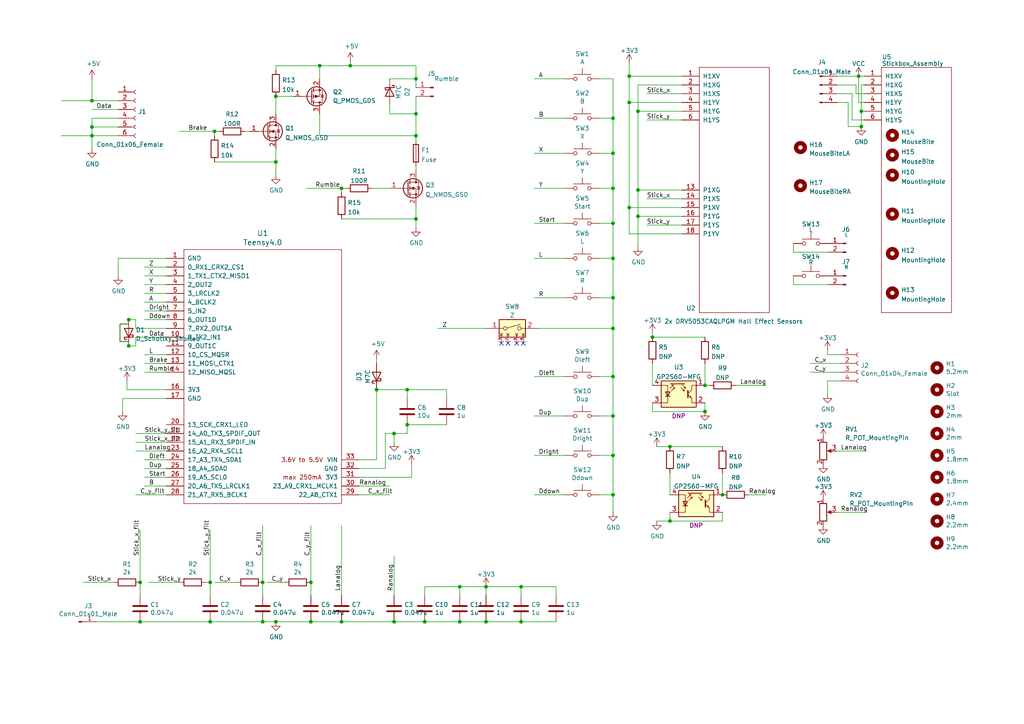
<source format=kicad_sch>
(kicad_sch (version 20211123) (generator eeschema)
  (paper "A4")
  (junction (at 151.13 170.18))
  (junction (at 37.338 92.71))
  (junction (at 151.13 180.34))
  (junction (at 120.65 39.37))
  (junction (at 133.35 180.34))
  (junction (at 114.3 125.73))
  (junction (at 177.8 44.45))
  (junction (at 177.8 54.61))
  (junction (at 182.499 22.098))
  (junction (at 204.47 119.38))
  (junction (at 194.31 151.13))
  (junction (at 123.19 180.34))
  (junction (at 204.47 111.76))
  (junction (at 177.8 109.22))
  (junction (at 140.97 170.18))
  (junction (at 249.809 36.703))
  (junction (at 120.65 22.86))
  (junction (at 80.01 46.99))
  (junction (at 249.047 22.098))
  (junction (at 177.8 143.51))
  (junction (at 120.65 33.02))
  (junction (at 185.039 55.118))
  (junction (at 140.97 180.34))
  (junction (at 26.67 36.83))
  (junction (at 92.71 19.05))
  (junction (at 60.96 180.34))
  (junction (at 189.23 97.79))
  (junction (at 182.499 29.718))
  (junction (at 177.8 132.08))
  (junction (at 118.11 113.03))
  (junction (at 90.17 180.34))
  (junction (at 133.35 170.18))
  (junction (at 90.17 168.91))
  (junction (at 101.6 19.05))
  (junction (at 80.01 180.34))
  (junction (at 120.65 63.5))
  (junction (at 185.039 32.258))
  (junction (at 62.23 38.1))
  (junction (at 177.8 34.29))
  (junction (at 194.31 129.54))
  (junction (at 76.2 168.91))
  (junction (at 109.22 113.03))
  (junction (at 99.06 180.34))
  (junction (at 249.809 32.258))
  (junction (at 177.8 86.36))
  (junction (at 177.8 120.65))
  (junction (at 114.3 180.34))
  (junction (at 99.06 54.61))
  (junction (at 40.64 180.34))
  (junction (at 177.8 74.93))
  (junction (at 26.67 39.37))
  (junction (at 118.11 123.19))
  (junction (at 80.01 27.94))
  (junction (at 182.499 60.198))
  (junction (at 26.67 29.21))
  (junction (at 177.8 64.77))
  (junction (at 177.8 95.25))
  (junction (at 60.96 168.91))
  (junction (at 185.039 62.738))
  (junction (at 76.2 180.34))
  (junction (at 209.55 143.51))
  (junction (at 37.338 100.33))
  (junction (at 40.64 168.91))
  (no_connect (at 151.765 99.568))
  (no_connect (at 145.415 99.568))
  (no_connect (at 147.32 99.568))
  (no_connect (at 149.86 99.568))
  (wire (pts (xy 204.47 111.76) (xy 205.74 111.76)))
  (wire (pts (xy 48.26 140.97) (xy 41.91 140.97)))
  (wire (pts (xy 120.65 22.86) (xy 120.65 19.05)))
  (wire (pts (xy 173.99 54.61) (xy 177.8 54.61)))
  (wire (pts (xy 104.14 135.89) (xy 111.76 135.89)))
  (wire (pts (xy 123.19 172.72) (xy 123.19 170.18)))
  (wire (pts (xy 177.8 143.51) (xy 177.8 148.59)))
  (wire (pts (xy 177.8 120.65) (xy 177.8 132.08)))
  (wire (pts (xy 120.65 59.69) (xy 120.65 63.5)))
  (wire (pts (xy 204.47 119.38) (xy 189.23 119.38)))
  (wire (pts (xy 127 95.25) (xy 140.97 95.25)))
  (wire (pts (xy 41.91 107.95) (xy 48.26 107.95)))
  (wire (pts (xy 48.26 115.57) (xy 35.56 115.57)))
  (wire (pts (xy 156.21 95.25) (xy 177.8 95.25)))
  (wire (pts (xy 247.142 34.798) (xy 247.142 27.178)))
  (wire (pts (xy 133.35 170.18) (xy 140.97 170.18)))
  (wire (pts (xy 99.06 54.61) (xy 100.33 54.61)))
  (wire (pts (xy 120.65 39.37) (xy 120.65 40.64)))
  (wire (pts (xy 243.84 105.41) (xy 234.95 105.41)))
  (wire (pts (xy 230.124 73.152) (xy 240.284 73.152)))
  (wire (pts (xy 113.03 140.97) (xy 104.14 140.97)))
  (wire (pts (xy 114.3 172.72) (xy 114.3 161.29)))
  (wire (pts (xy 209.55 137.16) (xy 209.55 143.51)))
  (wire (pts (xy 243.84 107.95) (xy 234.95 107.95)))
  (wire (pts (xy 230.124 80.01) (xy 230.124 82.55)))
  (wire (pts (xy 114.3 125.73) (xy 114.3 128.27)))
  (wire (pts (xy 34.798 93.98) (xy 34.798 99.06)))
  (wire (pts (xy 204.47 116.84) (xy 204.47 119.38)))
  (wire (pts (xy 163.83 120.65) (xy 154.94 120.65)))
  (wire (pts (xy 177.8 54.61) (xy 177.8 44.45)))
  (wire (pts (xy 185.039 62.738) (xy 197.739 62.738)))
  (wire (pts (xy 151.13 172.72) (xy 151.13 170.18)))
  (wire (pts (xy 118.11 123.19) (xy 118.11 125.73)))
  (wire (pts (xy 250.571 34.798) (xy 247.142 34.798)))
  (wire (pts (xy 37.338 92.71) (xy 39.37 92.71)))
  (wire (pts (xy 197.739 22.098) (xy 182.499 22.098)))
  (wire (pts (xy 109.22 113.03) (xy 109.22 133.35)))
  (wire (pts (xy 40.64 180.34) (xy 60.96 180.34)))
  (wire (pts (xy 242.824 29.718) (xy 245.999 29.718)))
  (wire (pts (xy 76.2 152.4) (xy 76.2 168.91)))
  (wire (pts (xy 249.047 29.718) (xy 249.047 22.098)))
  (wire (pts (xy 80.01 19.05) (xy 80.01 20.32)))
  (wire (pts (xy 189.23 96.52) (xy 189.23 97.79)))
  (wire (pts (xy 39.37 100.33) (xy 37.338 100.33)))
  (wire (pts (xy 113.03 143.51) (xy 104.14 143.51)))
  (wire (pts (xy 34.29 36.83) (xy 26.67 36.83)))
  (wire (pts (xy 90.17 152.4) (xy 90.17 168.91)))
  (wire (pts (xy 249.809 24.638) (xy 249.809 32.258)))
  (wire (pts (xy 92.71 22.86) (xy 92.71 19.05)))
  (wire (pts (xy 194.31 151.13) (xy 194.31 148.59)))
  (wire (pts (xy 109.22 104.14) (xy 109.22 105.41)))
  (wire (pts (xy 173.99 64.77) (xy 177.8 64.77)))
  (wire (pts (xy 39.37 97.79) (xy 48.26 97.79)))
  (wire (pts (xy 194.31 137.16) (xy 194.31 143.51)))
  (wire (pts (xy 209.55 148.59) (xy 209.55 151.13)))
  (wire (pts (xy 129.54 115.57) (xy 129.54 113.03)))
  (wire (pts (xy 109.22 113.03) (xy 118.11 113.03)))
  (wire (pts (xy 37.338 99.06) (xy 37.338 100.33)))
  (wire (pts (xy 118.11 113.03) (xy 129.54 113.03)))
  (wire (pts (xy 34.29 31.75) (xy 26.67 31.75)))
  (wire (pts (xy 140.97 180.34) (xy 133.35 180.34)))
  (wire (pts (xy 163.83 143.51) (xy 154.94 143.51)))
  (wire (pts (xy 60.96 168.91) (xy 59.69 168.91)))
  (wire (pts (xy 120.65 27.94) (xy 120.65 33.02)))
  (wire (pts (xy 189.23 119.38) (xy 189.23 116.84)))
  (wire (pts (xy 190.5 129.54) (xy 194.31 129.54)))
  (wire (pts (xy 40.64 153.67) (xy 40.64 168.91)))
  (wire (pts (xy 113.03 22.86) (xy 120.65 22.86)))
  (wire (pts (xy 36.83 113.03) (xy 36.83 110.49)))
  (wire (pts (xy 118.11 113.03) (xy 118.11 115.57)))
  (wire (pts (xy 80.01 27.94) (xy 80.01 33.02)))
  (wire (pts (xy 80.01 27.94) (xy 85.09 27.94)))
  (wire (pts (xy 249.809 32.258) (xy 249.809 36.703)))
  (wire (pts (xy 187.579 65.278) (xy 197.739 65.278)))
  (wire (pts (xy 163.83 86.36) (xy 154.94 86.36)))
  (wire (pts (xy 92.71 19.05) (xy 101.6 19.05)))
  (wire (pts (xy 213.36 111.76) (xy 222.25 111.76)))
  (wire (pts (xy 120.65 33.02) (xy 113.03 33.02)))
  (wire (pts (xy 249.047 22.098) (xy 250.571 22.098)))
  (wire (pts (xy 34.29 39.37) (xy 26.67 39.37)))
  (wire (pts (xy 185.039 55.118) (xy 197.739 55.118)))
  (wire (pts (xy 113.03 33.02) (xy 113.03 30.48)))
  (wire (pts (xy 182.499 67.818) (xy 182.499 60.198)))
  (wire (pts (xy 111.76 135.89) (xy 111.76 125.73)))
  (wire (pts (xy 182.499 60.198) (xy 197.739 60.198)))
  (wire (pts (xy 243.84 110.49) (xy 240.03 110.49)))
  (wire (pts (xy 140.97 180.34) (xy 151.13 180.34)))
  (wire (pts (xy 35.56 115.57) (xy 35.56 119.38)))
  (wire (pts (xy 92.71 33.02) (xy 92.71 39.37)))
  (wire (pts (xy 120.65 33.02) (xy 120.65 39.37)))
  (wire (pts (xy 185.039 32.258) (xy 185.039 24.638)))
  (wire (pts (xy 90.17 180.34) (xy 99.06 180.34)))
  (wire (pts (xy 177.8 86.36) (xy 177.8 95.25)))
  (wire (pts (xy 133.35 170.18) (xy 133.35 172.72)))
  (wire (pts (xy 177.8 132.08) (xy 177.8 143.51)))
  (wire (pts (xy 209.55 151.13) (xy 194.31 151.13)))
  (wire (pts (xy 41.91 105.41) (xy 48.26 105.41)))
  (wire (pts (xy 177.8 44.45) (xy 177.8 34.29)))
  (wire (pts (xy 163.83 132.08) (xy 154.94 132.08)))
  (wire (pts (xy 48.26 133.35) (xy 41.91 133.35)))
  (wire (pts (xy 247.142 27.178) (xy 242.824 27.178)))
  (wire (pts (xy 177.8 86.36) (xy 177.8 74.93)))
  (wire (pts (xy 187.579 57.658) (xy 197.739 57.658)))
  (wire (pts (xy 52.07 38.1) (xy 62.23 38.1)))
  (wire (pts (xy 37.338 93.98) (xy 34.798 93.98)))
  (wire (pts (xy 161.29 172.72) (xy 161.29 170.18)))
  (wire (pts (xy 163.83 34.29) (xy 154.94 34.29)))
  (wire (pts (xy 182.499 22.098) (xy 182.499 29.718)))
  (wire (pts (xy 243.84 102.87) (xy 240.03 102.87)))
  (wire (pts (xy 80.01 43.18) (xy 80.01 46.99)))
  (wire (pts (xy 182.499 29.718) (xy 182.499 60.198)))
  (wire (pts (xy 163.83 54.61) (xy 154.94 54.61)))
  (wire (pts (xy 185.039 32.258) (xy 197.739 32.258)))
  (wire (pts (xy 34.29 29.21) (xy 26.67 29.21)))
  (wire (pts (xy 48.26 102.87) (xy 41.91 102.87)))
  (wire (pts (xy 118.11 125.73) (xy 114.3 125.73)))
  (wire (pts (xy 163.83 74.93) (xy 154.94 74.93)))
  (wire (pts (xy 48.26 77.47) (xy 41.91 77.47)))
  (wire (pts (xy 52.07 168.91) (xy 43.18 168.91)))
  (wire (pts (xy 111.76 125.73) (xy 114.3 125.73)))
  (wire (pts (xy 140.97 170.18) (xy 140.97 172.72)))
  (wire (pts (xy 48.26 80.01) (xy 41.91 80.01)))
  (wire (pts (xy 99.06 54.61) (xy 99.06 55.88)))
  (wire (pts (xy 62.23 38.1) (xy 63.5 38.1)))
  (wire (pts (xy 48.26 135.89) (xy 41.91 135.89)))
  (wire (pts (xy 48.26 92.71) (xy 41.91 92.71)))
  (wire (pts (xy 177.8 74.93) (xy 177.8 64.77)))
  (wire (pts (xy 173.99 143.51) (xy 177.8 143.51)))
  (wire (pts (xy 194.31 129.54) (xy 209.55 129.54)))
  (wire (pts (xy 173.99 109.22) (xy 177.8 109.22)))
  (wire (pts (xy 76.2 168.91) (xy 76.2 172.72)))
  (wire (pts (xy 48.26 138.43) (xy 41.91 138.43)))
  (wire (pts (xy 151.13 180.34) (xy 161.29 180.34)))
  (wire (pts (xy 217.17 143.51) (xy 222.25 143.51)))
  (wire (pts (xy 48.26 143.51) (xy 39.37 143.51)))
  (wire (pts (xy 99.06 152.4) (xy 99.06 172.72)))
  (wire (pts (xy 245.999 29.718) (xy 245.999 36.703)))
  (wire (pts (xy 163.83 22.86) (xy 154.94 22.86)))
  (wire (pts (xy 189.23 97.79) (xy 204.47 97.79)))
  (wire (pts (xy 182.499 67.818) (xy 197.739 67.818)))
  (wire (pts (xy 250.571 24.638) (xy 249.809 24.638)))
  (wire (pts (xy 88.9 54.61) (xy 99.06 54.61)))
  (wire (pts (xy 114.3 180.34) (xy 123.19 180.34)))
  (wire (pts (xy 34.798 99.06) (xy 37.338 99.06)))
  (wire (pts (xy 24.13 168.91) (xy 33.02 168.91)))
  (wire (pts (xy 173.99 132.08) (xy 177.8 132.08)))
  (wire (pts (xy 250.571 29.718) (xy 249.047 29.718)))
  (wire (pts (xy 189.23 105.41) (xy 189.23 111.76)))
  (wire (pts (xy 177.8 22.86) (xy 177.8 34.29)))
  (wire (pts (xy 177.8 64.77) (xy 177.8 54.61)))
  (wire (pts (xy 185.039 62.738) (xy 185.039 71.628)))
  (wire (pts (xy 197.739 29.718) (xy 182.499 29.718)))
  (wire (pts (xy 187.579 34.798) (xy 197.739 34.798)))
  (wire (pts (xy 39.37 125.73) (xy 48.26 125.73)))
  (wire (pts (xy 48.26 90.17) (xy 41.91 90.17)))
  (wire (pts (xy 123.19 170.18) (xy 133.35 170.18)))
  (wire (pts (xy 48.26 113.03) (xy 36.83 113.03)))
  (wire (pts (xy 48.26 85.09) (xy 41.91 85.09)))
  (wire (pts (xy 230.124 82.55) (xy 240.284 82.55)))
  (wire (pts (xy 249.809 32.258) (xy 250.571 32.258)))
  (wire (pts (xy 204.47 105.41) (xy 204.47 111.76)))
  (wire (pts (xy 17.78 29.21) (xy 26.67 29.21)))
  (wire (pts (xy 62.23 168.91) (xy 68.58 168.91)))
  (wire (pts (xy 240.03 110.49) (xy 240.03 114.3)))
  (wire (pts (xy 39.37 130.81) (xy 48.26 130.81)))
  (wire (pts (xy 120.65 39.37) (xy 92.71 39.37)))
  (wire (pts (xy 99.06 63.5) (xy 120.65 63.5)))
  (wire (pts (xy 37.338 92.71) (xy 37.338 93.98)))
  (wire (pts (xy 173.99 86.36) (xy 177.8 86.36)))
  (wire (pts (xy 26.67 34.29) (xy 26.67 36.83)))
  (wire (pts (xy 27.94 180.34) (xy 40.64 180.34)))
  (wire (pts (xy 39.37 97.79) (xy 39.37 100.33)))
  (wire (pts (xy 99.06 180.34) (xy 114.3 180.34)))
  (wire (pts (xy 62.23 38.1) (xy 62.23 39.37)))
  (wire (pts (xy 161.29 170.18) (xy 151.13 170.18)))
  (wire (pts (xy 71.12 38.1) (xy 72.39 38.1)))
  (wire (pts (xy 119.38 138.43) (xy 104.14 138.43)))
  (wire (pts (xy 62.23 46.99) (xy 80.01 46.99)))
  (wire (pts (xy 80.01 180.34) (xy 90.17 180.34)))
  (wire (pts (xy 173.99 34.29) (xy 177.8 34.29)))
  (wire (pts (xy 242.57 130.81) (xy 251.46 130.81)))
  (wire (pts (xy 26.67 39.37) (xy 26.67 43.18)))
  (wire (pts (xy 173.99 120.65) (xy 177.8 120.65)))
  (wire (pts (xy 48.26 82.55) (xy 41.91 82.55)))
  (wire (pts (xy 185.039 62.738) (xy 185.039 55.118)))
  (wire (pts (xy 104.14 133.35) (xy 109.22 133.35)))
  (wire (pts (xy 230.124 70.612) (xy 230.124 73.152)))
  (wire (pts (xy 101.6 17.78) (xy 101.6 19.05)))
  (wire (pts (xy 120.65 25.4) (xy 120.65 22.86)))
  (wire (pts (xy 177.8 109.22) (xy 177.8 120.65)))
  (wire (pts (xy 120.65 63.5) (xy 120.65 66.04)))
  (wire (pts (xy 173.99 44.45) (xy 177.8 44.45)))
  (wire (pts (xy 163.83 44.45) (xy 154.94 44.45)))
  (wire (pts (xy 151.13 170.18) (xy 140.97 170.18)))
  (wire (pts (xy 60.96 153.67) (xy 60.96 168.91)))
  (wire (pts (xy 245.999 36.703) (xy 249.809 36.703)))
  (wire (pts (xy 242.824 22.098) (xy 249.047 22.098)))
  (wire (pts (xy 177.8 95.25) (xy 177.8 109.22)))
  (wire (pts (xy 48.26 74.93) (xy 34.29 74.93)))
  (wire (pts (xy 60.96 180.34) (xy 76.2 180.34)))
  (wire (pts (xy 107.95 54.61) (xy 113.03 54.61)))
  (wire (pts (xy 90.17 168.91) (xy 90.17 172.72)))
  (wire (pts (xy 163.83 64.77) (xy 154.94 64.77)))
  (wire (pts (xy 39.37 92.71) (xy 39.37 95.25)))
  (wire (pts (xy 39.37 128.27) (xy 48.26 128.27)))
  (wire (pts (xy 173.99 22.86) (xy 177.8 22.86)))
  (wire (pts (xy 240.03 102.87) (xy 240.03 101.6)))
  (wire (pts (xy 34.29 74.93) (xy 34.29 80.01)))
  (wire (pts (xy 60.96 168.91) (xy 60.96 172.72)))
  (wire (pts (xy 26.67 36.83) (xy 26.67 39.37)))
  (wire (pts (xy 248.285 27.178) (xy 250.571 27.178)))
  (wire (pts (xy 80.01 180.34) (xy 76.2 180.34)))
  (wire (pts (xy 48.26 87.63) (xy 41.91 87.63)))
  (wire (pts (xy 40.64 172.72) (xy 40.64 168.91)))
  (wire (pts (xy 80.01 46.99) (xy 80.01 50.8)))
  (wire (pts (xy 242.824 24.638) (xy 248.285 24.638)))
  (wire (pts (xy 242.57 148.59) (xy 251.46 148.59)))
  (wire (pts (xy 182.499 18.288) (xy 182.499 22.098)))
  (wire (pts (xy 185.039 24.638) (xy 197.739 24.638)))
  (wire (pts (xy 39.37 95.25) (xy 48.26 95.25)))
  (wire (pts (xy 163.83 109.22) (xy 154.94 109.22)))
  (wire (pts (xy 26.67 29.21) (xy 26.67 22.86)))
  (wire (pts (xy 120.65 48.26) (xy 120.65 49.53)))
  (wire (pts (xy 123.19 180.34) (xy 133.35 180.34)))
  (wire (pts (xy 92.71 19.05) (xy 80.01 19.05)))
  (wire (pts (xy 118.11 123.19) (xy 129.54 123.19)))
  (wire (pts (xy 119.38 134.62) (xy 119.38 138.43)))
  (wire (pts (xy 34.29 34.29) (xy 26.67 34.29)))
  (wire (pts (xy 197.739 27.178) (xy 187.579 27.178)))
  (wire (pts (xy 185.039 32.258) (xy 185.039 55.118)))
  (wire (pts (xy 77.47 168.91) (xy 82.55 168.91)))
  (wire (pts (xy 17.78 39.37) (xy 26.67 39.37)))
  (wire (pts (xy 120.65 19.05) (xy 101.6 19.05)))
  (wire (pts (xy 248.285 24.638) (xy 248.285 27.178)))
  (wire (pts (xy 190.5 151.13) (xy 194.31 151.13)))
  (wire (pts (xy 173.99 74.93) (xy 177.8 74.93)))
  (label "Lanalog" (at 214.63 111.76 0))
  (label "C_y_filt" (at 40.64 143.51 0))
  (label "Stick_y" (at 187.579 65.278 0))
  (label "A" (at 156.21 22.86 0))
  (label "A" (at 43.18 87.63 0))
  (label "Ranalog" (at 114.3 171.45 90))
  (label "Dleft" (at 43.18 133.35 0))
  (label "Z" (at 43.18 77.47 0))
  (label "L" (at 156.21 74.93 0))
  (label "Stick_y" (at 45.72 168.91 0))
  (label "C_x" (at 236.22 105.41 0))
  (label "Stick_x" (at 187.579 27.178 0))
  (label "Stick_x" (at 187.579 57.658 0))
  (label "Lanalog" (at 41.91 130.81 0))
  (label "Rumble" (at 91.44 54.61 0))
  (label "Dleft" (at 156.21 109.22 0))
  (label "Ranalog" (at 217.17 143.51 0))
  (label "Data" (at 27.94 31.75 0))
  (label "Ranalog" (at 104.14 140.97 0))
  (label "B" (at 156.21 34.29 0))
  (label "C_y" (at 78.74 168.91 0))
  (label "Rumble" (at 43.18 107.95 0))
  (label "Z" (at 128.27 95.25 0))
  (label "C_x_filt" (at 76.2 161.29 90))
  (label "Start" (at 43.18 138.43 0))
  (label "Dright" (at 43.18 90.17 0))
  (label "C_x" (at 63.5 168.91 0))
  (label "C_y_filt" (at 90.17 161.29 90))
  (label "Stick_x" (at 25.4 168.91 0))
  (label "Dright" (at 156.21 132.08 0))
  (label "Ranalog" (at 243.84 148.59 0))
  (label "Start" (at 156.21 64.77 0))
  (label "B" (at 43.18 140.97 0))
  (label "Ddown" (at 156.21 143.51 0))
  (label "Brake" (at 43.18 105.41 0))
  (label "R" (at 156.21 86.36 0))
  (label "Stick_y_filt" (at 41.91 125.73 0))
  (label "X" (at 43.18 80.01 0))
  (label "R" (at 43.18 85.09 0))
  (label "Data" (at 43.18 97.79 0))
  (label "Lanalog" (at 243.84 130.81 0))
  (label "Stick_y" (at 187.579 34.798 0))
  (label "Y" (at 156.21 54.61 0))
  (label "Ddown" (at 43.18 92.71 0))
  (label "C_y" (at 236.22 107.95 0))
  (label "Dup" (at 43.18 135.89 0))
  (label "C_x_filt" (at 106.68 143.51 0))
  (label "Brake" (at 54.61 38.1 0))
  (label "Stick_x_filt" (at 41.91 128.27 0))
  (label "Lanalog" (at 99.06 171.45 90))
  (label "L" (at 43.18 102.87 0))
  (label "X" (at 156.21 44.45 0))
  (label "Stick_x_filt" (at 40.64 161.29 90))
  (label "Y" (at 43.18 82.55 0))
  (label "Dup" (at 156.21 120.65 0))
  (label "Stick_y_filt" (at 60.96 161.29 90))
  (symbol (lib_id "teensy:Teensy4.0") (at 76.2 109.22 0) (unit 1)
    (property "Reference" "U1" (at 76.2 67.6402 0) (effects (font (size 1.524 1.524))))
    (property "Value" "Teensy4.0" (at 76.2 70.3326 0) (effects (font (size 1.524 1.524))))
    (property "Footprint" "PhobGCC_Footprints:Teensy40_Edge_Pins" (effects hide))
  )
  (symbol (lib_id "Switch:SW_Push") (at 168.91 22.86 0) (unit 1)
    (property "Reference" "SW1" (at 168.91 15.621 0))
    (property "Value" "A" (at 168.91 17.9324 0))
    (property "Footprint" "PhobGCC_Footprints:ABXY_Contact_Omron_Switch" (effects hide))
  )
  (symbol (lib_id "Switch:SW_Push") (at 168.91 34.29 0) (unit 1)
    (property "Reference" "SW2" (at 168.91 27.051 0))
    (property "Value" "B" (at 168.91 29.3624 0))
    (property "Footprint" "PhobGCC_Footprints:ABXY_Contact_Omron_Switch" (effects hide))
  )
  (symbol (lib_id "Switch:SW_Push") (at 168.91 44.45 0) (unit 1)
    (property "Reference" "SW3" (at 168.91 37.211 0))
    (property "Value" "X" (at 168.91 39.5224 0))
    (property "Footprint" "PhobGCC_Footprints:ABXY_Contact_Omron_Switch" (effects hide))
  )
  (symbol (lib_id "Switch:SW_Push") (at 168.91 54.61 0) (unit 1)
    (property "Reference" "SW4" (at 168.91 47.371 0))
    (property "Value" "Y" (at 168.91 49.6824 0))
    (property "Footprint" "PhobGCC_Footprints:ABXY_Contact_Omron_Switch" (effects hide))
  )
  (symbol (lib_id "Switch:SW_Push") (at 168.91 64.77 0) (unit 1)
    (property "Reference" "SW5" (at 168.91 57.531 0))
    (property "Value" "Start" (at 168.91 59.8424 0))
    (property "Footprint" "PhobGCC_Footprints:Start_Contact" (effects hide))
  )
  (symbol (lib_id "Switch:SW_Push") (at 168.91 74.93 0) (unit 1)
    (property "Reference" "SW6" (at 168.91 67.691 0))
    (property "Value" "L" (at 168.91 70.0024 0))
    (property "Footprint" "PhobGCC_Footprints:Pin_Header_Straight_1x02_Pitch2.54mm" (effects hide))
  )
  (symbol (lib_id "Switch:SW_Push") (at 168.91 86.36 0) (unit 1)
    (property "Reference" "SW7" (at 168.91 79.121 0))
    (property "Value" "R" (at 168.91 81.4324 0))
    (property "Footprint" "PhobGCC_Footprints:Pin_Header_Straight_1x02_Pitch2.54mm" (effects hide))
  )
  (symbol (lib_id "power:GND") (at 34.29 80.01 0) (unit 1)
    (property "Reference" "#PWR0102" (effects hide))
    (property "Value" "GND" (at 34.417 84.4042 0))
  )
  (symbol (lib_id "power:GND") (at 177.8 148.59 0) (unit 1)
    (property "Reference" "#PWR0103" (effects hide))
    (property "Value" "GND" (at 177.927 152.9842 0))
  )
  (symbol (lib_id "power:+5V") (at 26.67 22.86 0) (unit 1)
    (property "Reference" "#PWR0113" (effects hide))
    (property "Value" "+5V" (at 27.051 18.4658 0))
  )
  (symbol (lib_id "Connector:Conn_01x06_Female") (at 39.37 31.75 0) (unit 1)
    (property "Reference" "J1" (at 40.0812 32.3596 0) (effects (justify left)))
    (property "Value" "Conn_01x06_Female" (at 27.94 41.91 0) (effects (justify left)))
    (property "Footprint" "PhobGCC_Footprints:GCC_Header_Straight_1x06_Pitch2.00mm" (effects hide))
  )
  (symbol (lib_id "GCC:Gamecube-MB-rescue_Slider_GCC-Gamecube_MB") (at 238.76 130.81 0) (unit 1)
    (property "Reference" "RV1" (at 245.11 124.46 0) (effects (justify left)))
    (property "Value" "R_POT_MountingPin" (at 245.11 127 0) (effects (justify left)))
    (property "Footprint" "PhobGCC_Footprints:GCC_Slider" (effects hide))
  )
  (symbol (lib_id "Connector:Conn_01x04_Female") (at 248.92 105.41 0) (unit 1)
    (property "Reference" "J2" (at 249.6312 106.0196 0) (effects (justify left)))
    (property "Value" "Conn_01x04_Female" (at 249.6312 108.331 0) (effects (justify left)))
    (property "Footprint" "PhobGCC_Footprints:PinHeader_1x04_P2.00mm_Vertical" (effects hide))
  )
  (symbol (lib_id "GCC:Gamecube-MB-rescue_Slider_GCC-Gamecube_MB") (at 238.76 148.59 0) (unit 1)
    (property "Reference" "RV2" (at 246.38 143.51 0) (effects (justify left)))
    (property "Value" "R_POT_MountingPin" (at 246.38 146.05 0) (effects (justify left)))
    (property "Footprint" "PhobGCC_Footprints:GCC_Slider" (effects hide))
  )
  (symbol (lib_id "power:GND") (at 240.03 114.3 0) (unit 1)
    (property "Reference" "#PWR0108" (effects hide))
    (property "Value" "GND" (at 240.157 118.6942 0))
  )
  (symbol (lib_id "Switch:SW_Push") (at 168.91 109.22 0) (unit 1)
    (property "Reference" "SW9" (at 168.91 101.981 0))
    (property "Value" "Dleft" (at 168.91 104.2924 0))
    (property "Footprint" "PhobGCC_Footprints:Dpad_Contact_TL3315NF_2" (effects hide))
  )
  (symbol (lib_id "power:GND") (at 238.76 134.62 0) (unit 1)
    (property "Reference" "#PWR0115" (effects hide))
    (property "Value" "GND" (at 238.887 139.0142 0))
  )
  (symbol (lib_id "Switch:SW_Push") (at 168.91 120.65 0) (unit 1)
    (property "Reference" "SW10" (at 168.91 113.411 0))
    (property "Value" "Dup" (at 168.91 115.7224 0))
    (property "Footprint" "PhobGCC_Footprints:Dpad_Contact_TL3315NF_2" (effects hide))
  )
  (symbol (lib_id "Switch:SW_Push") (at 168.91 132.08 0) (unit 1)
    (property "Reference" "SW11" (at 168.91 124.841 0))
    (property "Value" "Dright" (at 168.91 127.1524 0))
    (property "Footprint" "PhobGCC_Footprints:Dpad_Contact_TL3315NF_2" (effects hide))
  )
  (symbol (lib_id "Switch:SW_Push") (at 168.91 143.51 0) (unit 1)
    (property "Reference" "SW12" (at 168.91 136.271 0))
    (property "Value" "Ddown" (at 168.91 138.5824 0))
    (property "Footprint" "PhobGCC_Footprints:Dpad_Contact_TL3315NF_2" (effects hide))
  )
  (symbol (lib_id "power:GND") (at 238.76 152.4 0) (unit 1)
    (property "Reference" "#PWR0117" (effects hide))
    (property "Value" "GND" (at 238.887 156.7942 0))
  )
  (symbol (lib_id "PhobGCC_Symbol_Library:SW_DIP_x01") (at 148.59 95.25 0) (unit 1)
    (property "Reference" "SW8" (at 148.59 88.9 0))
    (property "Value" "Z" (at 148.59 91.44 0))
    (property "Footprint" "PhobGCC_Footprints:Z_Switch_Edge" (effects hide))
    (property "Configuration_Pole-Throw" "Single Pole - Single Throw" (effects hide))
    (property "Contact_Current_Rating" "50 mA" (effects hide))
    (property "Comment" "1825027-5" (effects hide))
    (property "EU_RoHS_Compliance" "Compliant" (effects hide))
  )
  (symbol (lib_id "GCC:Gamecube-MB-rescue_Stickbox_Assembly-Gamecube_MB") (at 202.819 19.558 0) (unit 1)
    (property "Reference" "U2" (at 199.009 89.408 0) (effects (justify left)))
    (property "Value" "2x DRV5053CAQLPGM Hall Effect Sensors" (at 192.659 93.218 0) (effects (justify left)))
    (property "Footprint" "PhobGCC_Footprints:GCC_Stickbox_2" (effects hide))
  )
  (symbol (lib_id "power:GND") (at 185.039 71.628 0) (unit 1)
    (property "Reference" "#PWR0101" (effects hide))
    (property "Value" "GND" (at 185.166 76.0222 0))
  )
  (symbol (lib_id "Device:C") (at 40.64 176.53 0) (unit 1)
    (property "Reference" "C1" (at 43.561 175.3616 0) (effects (justify left)))
    (property "Value" "0.047u" (at 43.561 177.673 0) (effects (justify left)))
    (property "Footprint" "PhobGCC_Footprints:C_0603_HandSoldering" (effects hide))
    (property "LCSC" "C1622" (effects hide))
  )
  (symbol (lib_id "Device:C") (at 60.96 176.53 0) (unit 1)
    (property "Reference" "C2" (at 63.881 175.3616 0) (effects (justify left)))
    (property "Value" "0.047u" (at 63.881 177.673 0) (effects (justify left)))
    (property "Footprint" "PhobGCC_Footprints:C_0603_HandSoldering" (effects hide))
    (property "LCSC" "C1622" (effects hide))
  )
  (symbol (lib_id "Device:C") (at 114.3 176.53 0) (unit 1)
    (property "Reference" "C3" (at 117.221 175.3616 0) (effects (justify left)))
    (property "Value" "0.047u" (at 117.221 177.673 0) (effects (justify left)))
    (property "Footprint" "PhobGCC_Footprints:C_0603_HandSoldering" (effects hide))
    (property "LCSC" "C1622" (effects hide))
  )
  (symbol (lib_id "Device:C") (at 76.2 176.53 0) (unit 1)
    (property "Reference" "C4" (at 79.121 175.3616 0) (effects (justify left)))
    (property "Value" "0.047u" (at 79.121 177.673 0) (effects (justify left)))
    (property "Footprint" "PhobGCC_Footprints:C_0603_HandSoldering" (effects hide))
    (property "LCSC" "C1622" (effects hide))
  )
  (symbol (lib_id "Device:C") (at 90.17 176.53 0) (unit 1)
    (property "Reference" "C5" (at 93.091 175.3616 0) (effects (justify left)))
    (property "Value" "0.047u" (at 93.091 177.673 0) (effects (justify left)))
    (property "Footprint" "PhobGCC_Footprints:C_0603_HandSoldering" (effects hide))
    (property "LCSC" "C1622" (effects hide))
  )
  (symbol (lib_id "Device:C") (at 99.06 176.53 0) (unit 1)
    (property "Reference" "C7" (at 101.981 175.3616 0) (effects (justify left)))
    (property "Value" "0.047u" (at 101.981 177.673 0) (effects (justify left)))
    (property "Footprint" "PhobGCC_Footprints:C_0603_HandSoldering" (effects hide))
    (property "LCSC" "C1622" (effects hide))
  )
  (symbol (lib_id "power:GND") (at 80.01 180.34 0) (unit 1)
    (property "Reference" "#PWR0109" (effects hide))
    (property "Value" "GND" (at 80.137 184.7342 0))
  )
  (symbol (lib_id "Device:C") (at 133.35 176.53 0) (unit 1)
    (property "Reference" "C11" (at 136.271 175.3616 0) (effects (justify left)))
    (property "Value" "1u" (at 136.271 177.673 0) (effects (justify left)))
    (property "Footprint" "PhobGCC_Footprints:C_0603_1608Metric_Pad1.08x0.95mm_HandSolder" (effects hide))
    (property "LCSC" "C15849" (effects hide))
  )
  (symbol (lib_id "Device:C") (at 140.97 176.53 0) (unit 1)
    (property "Reference" "C12" (at 143.891 175.3616 0) (effects (justify left)))
    (property "Value" "1u" (at 143.891 177.673 0) (effects (justify left)))
    (property "Footprint" "PhobGCC_Footprints:C_0603_1608Metric_Pad1.08x0.95mm_HandSolder" (effects hide))
    (property "LCSC" "C15849" (effects hide))
  )
  (symbol (lib_id "power:GND") (at 26.67 43.18 0) (unit 1)
    (property "Reference" "#PWR0112" (effects hide))
    (property "Value" "GND" (at 26.797 47.5742 0))
  )
  (symbol (lib_id "Connector:Conn_01x01_Male") (at 22.86 180.34 0) (unit 1)
    (property "Reference" "J3" (at 25.6032 175.7426 0))
    (property "Value" "Conn_01x01_Male" (at 25.6032 178.054 0))
    (property "Footprint" "PhobGCC_Footprints:PinHeader_1x01_P2.54mm_Vertical" (effects hide))
  )
  (symbol (lib_id "Mechanical:MountingHole") (at 271.78 106.68 0) (unit 1)
    (property "Reference" "H1" (at 274.32 105.5116 0) (effects (justify left)))
    (property "Value" "5.2mm" (at 274.32 107.823 0) (effects (justify left)))
    (property "Footprint" "PhobGCC_Footprints:MountingHole_5.2mm" (effects hide))
  )
  (symbol (lib_id "Mechanical:MountingHole") (at 271.78 113.03 0) (unit 1)
    (property "Reference" "H2" (at 274.32 111.8616 0) (effects (justify left)))
    (property "Value" "Slot" (at 274.32 114.173 0) (effects (justify left)))
    (property "Footprint" "PhobGCC_Footprints:Slot" (effects hide))
  )
  (symbol (lib_id "Mechanical:MountingHole") (at 271.78 119.38 0) (unit 1)
    (property "Reference" "H3" (at 274.32 118.2116 0) (effects (justify left)))
    (property "Value" "2mm" (at 274.32 120.523 0) (effects (justify left)))
    (property "Footprint" "PhobGCC_Footprints:MountingHole_2.0mm" (effects hide))
  )
  (symbol (lib_id "Mechanical:MountingHole") (at 271.78 125.73 0) (unit 1)
    (property "Reference" "H4" (at 274.32 124.5616 0) (effects (justify left)))
    (property "Value" "2mm" (at 274.32 126.873 0) (effects (justify left)))
    (property "Footprint" "PhobGCC_Footprints:MountingHole_2.0mm" (effects hide))
  )
  (symbol (lib_id "Mechanical:MountingHole") (at 271.78 132.08 0) (unit 1)
    (property "Reference" "H5" (at 274.32 130.9116 0) (effects (justify left)))
    (property "Value" "1.8mm" (at 274.32 133.223 0) (effects (justify left)))
    (property "Footprint" "PhobGCC_Footprints:MountingHole_1.8mm" (effects hide))
  )
  (symbol (lib_id "Mechanical:MountingHole") (at 271.78 138.43 0) (unit 1)
    (property "Reference" "H6" (at 274.32 137.2616 0) (effects (justify left)))
    (property "Value" "1.8mm" (at 274.32 139.573 0) (effects (justify left)))
    (property "Footprint" "PhobGCC_Footprints:MountingHole_1.8mm" (effects hide))
  )
  (symbol (lib_id "Mechanical:MountingHole") (at 271.78 144.78 0) (unit 1)
    (property "Reference" "H7" (at 274.32 143.6116 0) (effects (justify left)))
    (property "Value" "2.4mm" (at 274.32 145.923 0) (effects (justify left)))
    (property "Footprint" "PhobGCC_Footprints:MountingHole_2.4mm" (effects hide))
  )
  (symbol (lib_id "Mechanical:MountingHole") (at 271.78 151.13 0) (unit 1)
    (property "Reference" "H8" (at 274.32 149.9616 0) (effects (justify left)))
    (property "Value" "2.2mm" (at 274.32 152.273 0) (effects (justify left)))
    (property "Footprint" "PhobGCC_Footprints:MountingHole_2.2mm" (effects hide))
  )
  (symbol (lib_id "Mechanical:MountingHole") (at 271.78 157.48 0) (unit 1)
    (property "Reference" "H9" (at 274.32 156.3116 0) (effects (justify left)))
    (property "Value" "2.2mm" (at 274.32 158.623 0) (effects (justify left)))
    (property "Footprint" "PhobGCC_Footprints:MountingHole_2.2mm" (effects hide))
  )
  (symbol (lib_id "Device:R") (at 36.83 168.91 270) (unit 1)
    (property "Reference" "R1" (at 36.83 163.6522 90))
    (property "Value" "2k" (at 36.83 165.9636 90))
    (property "Footprint" "PhobGCC_Footprints:R_0603_1608Metric_Pad0.98x0.95mm_HandSolder" (effects hide))
    (property "LCSC" "C22975" (effects hide))
    (property "Manufacturer PN" "0603WAF1002T5ECopy" (effects hide))
  )
  (symbol (lib_id "Device:R") (at 55.88 168.91 270) (unit 1)
    (property "Reference" "R2" (at 55.88 163.6522 90))
    (property "Value" "2k" (at 55.88 165.9636 90))
    (property "Footprint" "PhobGCC_Footprints:R_0603_1608Metric_Pad0.98x0.95mm_HandSolder" (effects hide))
    (property "LCSC" "C22975" (effects hide))
  )
  (symbol (lib_id "Device:C") (at 123.19 176.53 0) (unit 1)
    (property "Reference" "C10" (at 126.111 175.3616 0) (effects (justify left)))
    (property "Value" "1u" (at 126.111 177.673 0) (effects (justify left)))
    (property "Footprint" "PhobGCC_Footprints:C_0603_1608Metric_Pad1.08x0.95mm_HandSolder" (effects hide))
    (property "LCSC" "C15849" (effects hide))
  )
  (symbol (lib_id "Device:R") (at 209.55 111.76 90) (unit 1)
    (property "Reference" "R9" (at 209.55 106.7775 90))
    (property "Value" "DNP" (at 209.55 109.5526 90))
    (property "Footprint" "PhobGCC_Footprints:R_0603_1608_DNP" (effects hide))
  )
  (symbol (lib_id "Device:R") (at 86.36 168.91 270) (unit 1)
    (property "Reference" "R4" (at 86.36 163.6522 90))
    (property "Value" "2k" (at 86.36 165.9636 90))
    (property "Footprint" "PhobGCC_Footprints:R_0603_1608Metric_Pad0.98x0.95mm_HandSolder" (effects hide))
    (property "LCSC" "C22975" (effects hide))
  )
  (symbol (lib_id "Device:C") (at 161.29 176.53 0) (unit 1)
    (property "Reference" "C13" (at 164.211 175.3616 0) (effects (justify left)))
    (property "Value" "1u" (at 164.211 177.673 0) (effects (justify left)))
    (property "Footprint" "PhobGCC_Footprints:C_0603_1608Metric_Pad1.08x0.95mm_HandSolder" (effects hide))
    (property "LCSC" "C15849" (effects hide))
  )
  (symbol (lib_id "PhobGCC_Symbol_Library:D_Schottky_Shorted") (at 37.338 96.52 90) (unit 1)
    (property "Reference" "D1" (at 39.37 95.6853 90) (effects (justify right)))
    (property "Value" "D_Schottky_Shorted" (at 39.37 98.2222 90) (effects (justify right)))
    (property "Footprint" "PhobGCC_Footprints:D_SOD-523_Shorted" (effects hide))
  )
  (symbol (lib_id "Device:R") (at 80.01 24.13 180) (unit 1)
    (property "Reference" "R13" (at 81.788 23.2215 0) (effects (justify right)))
    (property "Value" "10k" (at 81.788 25.9966 0) (effects (justify right)))
    (property "Footprint" "PhobGCC_Footprints:R_0603_1608Metric_Pad0.98x0.95mm_HandSolder" (effects hide))
    (property "LCSC" "C25804" (effects hide))
  )
  (symbol (lib_id "power:GND") (at 114.3 128.27 0) (unit 1)
    (property "Reference" "#PWR0119" (effects hide))
    (property "Value" "GND" (at 114.427 132.6642 0))
  )
  (symbol (lib_id "Connector:Conn_01x02_Male") (at 245.364 70.612 0) (mirror y) (unit 1)
    (property "Reference" "J6" (at 245.364 66.548 0))
    (property "Value" "L" (at 245.491 68.072 0) (effects (font (size 1 1))))
    (property "Footprint" "PhobGCC_Footprints:Pin_Header_Straight_1x02_Pitch2.54mm" (effects hide))
  )
  (symbol (lib_id "power:VCC") (at 249.047 22.098 0) (unit 1)
    (property "Reference" "#PWR0123" (effects hide))
    (property "Value" "VCC" (at 249.047 18.4935 0))
  )
  (symbol (lib_id "power:GND") (at 80.01 50.8 0) (unit 1)
    (property "Reference" "#PWR04" (effects hide))
    (property "Value" "GND" (at 80.137 55.1942 0))
  )
  (symbol (lib_id "Device:D_Schottky") (at 113.03 26.67 270) (unit 1)
    (property "Reference" "D2" (at 118.11 26.67 0))
    (property "Value" "M7C" (at 115.57 26.67 0))
    (property "Footprint" "PhobGCC_Footprints:D_SOD-123" (effects hide))
    (property "LCSC" "C8598" (effects hide))
  )
  (symbol (lib_id "Mechanical:MountingHole") (at 232.156 42.799 0) (unit 1)
    (property "Reference" "H16" (at 234.696 41.9643 0) (effects (justify left)))
    (property "Value" "MouseBiteLA" (at 234.696 44.5012 0) (effects (justify left)))
    (property "Footprint" "PhobGCC_Footprints:breakaway-mousebites-double" (effects hide))
  )
  (symbol (lib_id "Mechanical:MountingHole") (at 258.826 50.8 0) (unit 1)
    (property "Reference" "H10" (at 261.366 49.8915 0) (effects (justify left)))
    (property "Value" "MountingHole" (at 261.366 52.6666 0) (effects (justify left)))
    (property "Footprint" "PhobGCC_Footprints:MountingHole_1.8mm" (effects hide))
  )
  (symbol (lib_id "GCC:+3.3V") (at 238.76 127 0) (unit 1)
    (property "Reference" "#PWR0110" (effects hide))
    (property "Value" "+3.3V" (at 238.76 123.3955 0))
  )
  (symbol (lib_id "power:GND") (at 190.5 151.13 0) (unit 1)
    (property "Reference" "#PWR02" (effects hide))
    (property "Value" "GND" (at 190.627 155.5242 0))
  )
  (symbol (lib_id "Device:C") (at 129.54 119.38 0) (unit 1)
    (property "Reference" "C8" (at 132.461 118.2116 0) (effects (justify left)))
    (property "Value" "1u" (at 132.461 120.523 0) (effects (justify left)))
    (property "Footprint" "PhobGCC_Footprints:C_0603_1608Metric_Pad1.08x0.95mm_HandSolder" (effects hide))
    (property "LCSC" "C15849" (effects hide))
  )
  (symbol (lib_id "power:+5V") (at 109.22 104.14 0) (unit 1)
    (property "Reference" "#PWR0118" (effects hide))
    (property "Value" "+5V" (at 109.601 99.7458 0))
  )
  (symbol (lib_id "Device:R") (at 204.47 101.6 0) (unit 1)
    (property "Reference" "R6" (at 206.248 100.6915 0) (effects (justify left)))
    (property "Value" "DNP" (at 206.248 103.4666 0) (effects (justify left)))
    (property "Footprint" "PhobGCC_Footprints:R_0603_1608_DNP" (effects hide))
  )
  (symbol (lib_id "Connector:Conn_01x02_Male") (at 245.364 80.01 0) (mirror y) (unit 1)
    (property "Reference" "J7" (at 245.364 75.946 0))
    (property "Value" "R" (at 245.491 77.47 0) (effects (font (size 1 1))))
    (property "Footprint" "PhobGCC_Footprints:Pin_Header_Straight_1x02_Pitch2.54mm" (effects hide))
  )
  (symbol (lib_id "Device:Fuse") (at 120.65 44.45 0) (unit 1)
    (property "Reference" "F1" (at 122.174 43.5415 0) (effects (justify left)))
    (property "Value" "Fuse" (at 122.174 46.3166 0) (effects (justify left)))
    (property "Footprint" "PhobGCC_Footprints:Fuse_1206_3216Metric" (effects hide))
    (property "LCSC" "C69680" (effects hide))
  )
  (symbol (lib_id "Gamecube MB:Stickbox_Assembly_Hall_Only") (at 255.651 19.558 0) (unit 1)
    (property "Reference" "U5" (at 255.778 16.51 0) (effects (justify left)))
    (property "Value" "Stickbox_Assembly" (at 255.778 18.415 0) (effects (justify left)))
    (property "Footprint" "PhobGCC_Footprints:GCC_Stickbox_Hall_Only" (effects hide))
  )
  (symbol (lib_id "Mechanical:MountingHole") (at 258.826 62.103 0) (unit 1)
    (property "Reference" "H11" (at 261.366 61.1945 0) (effects (justify left)))
    (property "Value" "MountingHole" (at 261.366 63.9696 0) (effects (justify left)))
    (property "Footprint" "PhobGCC_Footprints:MountingHole_5.2mm" (effects hide))
  )
  (symbol (lib_id "GCC:+3.3V") (at 238.76 144.78 0) (unit 1)
    (property "Reference" "#PWR0107" (effects hide))
    (property "Value" "+3.3V" (at 238.76 141.1755 0))
  )
  (symbol (lib_id "Device:R") (at 213.36 143.51 90) (unit 1)
    (property "Reference" "R8" (at 213.36 138.5275 90))
    (property "Value" "DNP" (at 213.36 141.3026 90))
    (property "Footprint" "PhobGCC_Footprints:R_0603_1608_DNP" (effects hide))
  )
  (symbol (lib_id "GCC:+3.3V") (at 240.03 101.6 0) (unit 1)
    (property "Reference" "#PWR0106" (effects hide))
    (property "Value" "+3.3V" (at 240.03 97.9955 0))
  )
  (symbol (lib_id "Connector:Conn_01x02_Male") (at 125.73 25.4 0) (mirror y) (unit 1)
    (property "Reference" "J5" (at 125.095 21.3573 0))
    (property "Value" "Rumble" (at 129.54 22.86 0))
    (property "Footprint" "PhobGCC_Footprints:rumble_pins" (effects hide))
  )
  (symbol (lib_id "Mechanical:MountingHole") (at 258.826 73.533 0) (unit 1)
    (property "Reference" "H12" (at 261.366 72.6245 0) (effects (justify left)))
    (property "Value" "MountingHole" (at 261.366 75.3996 0) (effects (justify left)))
    (property "Footprint" "PhobGCC_Footprints:MountingHole_2.0mm" (effects hide))
  )
  (symbol (lib_id "Device:R") (at 67.31 38.1 90) (unit 1)
    (property "Reference" "R12" (at 67.31 33.1175 90))
    (property "Value" "100R" (at 67.31 35.8926 90))
    (property "Footprint" "PhobGCC_Footprints:R_0603_1608Metric_Pad0.98x0.95mm_HandSolder" (effects hide))
    (property "LCSC" "C22775" (effects hide))
  )
  (symbol (lib_id "Device:R") (at 62.23 43.18 180) (unit 1)
    (property "Reference" "R14" (at 64.008 42.2715 0) (effects (justify right)))
    (property "Value" "10k" (at 64.008 45.0466 0) (effects (justify right)))
    (property "Footprint" "PhobGCC_Footprints:R_0603_1608Metric_Pad0.98x0.95mm_HandSolder" (effects hide))
    (property "LCSC" "C25804" (effects hide))
  )
  (symbol (lib_id "GCC:+3.3V") (at 140.97 170.18 0) (unit 1)
    (property "Reference" "#PWR0116" (effects hide))
    (property "Value" "+3.3V" (at 140.97 166.5755 0))
  )
  (symbol (lib_id "Device:R") (at 189.23 101.6 0) (unit 1)
    (property "Reference" "R5" (at 191.008 100.6915 0) (effects (justify left)))
    (property "Value" "DNP" (at 191.008 103.4666 0) (effects (justify left)))
    (property "Footprint" "PhobGCC_Footprints:R_0603_1608_DNP" (effects hide))
  )
  (symbol (lib_id "GCC:+3.3V") (at 36.83 110.49 0) (unit 1)
    (property "Reference" "#PWR0120" (effects hide))
    (property "Value" "+3.3V" (at 36.83 106.8855 0))
  )
  (symbol (lib_id "GCC:+3.3V") (at 182.499 18.288 0) (unit 1)
    (property "Reference" "#PWR0104" (effects hide))
    (property "Value" "+3.3V" (at 182.499 14.6835 0))
  )
  (symbol (lib_id "GCC:+3.3V") (at 190.5 129.54 0) (unit 1)
    (property "Reference" "#PWR01" (effects hide))
    (property "Value" "+3.3V" (at 190.5 125.9355 0))
  )
  (symbol (lib_id "Device:R") (at 194.31 133.35 0) (unit 1)
    (property "Reference" "R7" (at 196.088 132.4415 0) (effects (justify left)))
    (property "Value" "DNP" (at 196.088 135.2166 0) (effects (justify left)))
    (property "Footprint" "PhobGCC_Footprints:R_0603_1608_DNP" (effects hide))
  )
  (symbol (lib_id "power:GND") (at 35.56 119.38 0) (unit 1)
    (property "Reference" "#PWR0121" (effects hide))
    (property "Value" "GND" (at 35.687 123.7742 0))
  )
  (symbol (lib_id "Device:R") (at 99.06 59.69 180) (unit 1)
    (property "Reference" "R15" (at 100.838 58.7815 0) (effects (justify right)))
    (property "Value" "10k" (at 100.838 61.5566 0) (effects (justify right)))
    (property "Footprint" "PhobGCC_Footprints:R_0603_1608Metric_Pad0.98x0.95mm_HandSolder" (effects hide))
    (property "LCSC" "C25804" (effects hide))
  )
  (symbol (lib_id "Device:R") (at 72.39 168.91 270) (unit 1)
    (property "Reference" "R3" (at 72.39 163.6522 90))
    (property "Value" "2k" (at 72.39 165.9636 90))
    (property "Footprint" "PhobGCC_Footprints:R_0603_1608Metric_Pad0.98x0.95mm_HandSolder" (effects hide))
    (property "LCSC" "C22975" (effects hide))
  )
  (symbol (lib_id "Device:R") (at 209.55 133.35 0) (unit 1)
    (property "Reference" "R10" (at 211.328 132.4415 0) (effects (justify left)))
    (property "Value" "DNP" (at 211.328 135.2166 0) (effects (justify left)))
    (property "Footprint" "PhobGCC_Footprints:R_0603_1608_DNP" (effects hide))
  )
  (symbol (lib_id "Mechanical:MountingHole") (at 258.826 39.243 0) (unit 1)
    (property "Reference" "H14" (at 261.366 38.3345 0) (effects (justify left)))
    (property "Value" "MouseBite" (at 261.366 41.1096 0) (effects (justify left)))
    (property "Footprint" "PhobGCC_Footprints:breakaway-mousebites-double" (effects hide))
  )
  (symbol (lib_id "Connector:Conn_01x04_Male") (at 237.744 24.638 0) (unit 1)
    (property "Reference" "J4" (at 238.379 18.0553 0))
    (property "Value" "Conn_01x04_Male" (at 238.379 20.8304 0))
    (property "Footprint" "PhobGCC_Footprints:PinHeader_1x04_P2.00mm_Vertical" (effects hide))
  )
  (symbol (lib_id "Mechanical:MountingHole") (at 232.156 53.848 0) (unit 1)
    (property "Reference" "H17" (at 234.696 53.0133 0) (effects (justify left)))
    (property "Value" "MouseBiteRA" (at 234.696 55.5502 0) (effects (justify left)))
    (property "Footprint" "PhobGCC_Footprints:breakaway-mousebites-double" (effects hide))
  )
  (symbol (lib_id "Sensor_Proximity:BPR-105") (at 201.93 146.05 0) (unit 1)
    (property "Reference" "U4" (at 201.93 138.2735 0))
    (property "Value" "GP2S60-MFG" (at 201.93 141.0486 0))
    (property "Footprint" "PhobGCC_Footprints:Sharp_Microelectronics-GP2S60-MFG" (effects hide))
    (property "Datasheet" "http://www.ystone.com.tw/en/data/goods/IRPT/Photo%20Interrupters-Reflective%20Type.pdf" (effects hide))
    (property "Note" "DNP" (at 201.93 152.4 0))
  )
  (symbol (lib_id "Device:Q_NMOS_GSD") (at 77.47 38.1 0) (unit 1)
    (property "Reference" "Q1" (at 82.677 37.1915 0) (effects (justify left)))
    (property "Value" "Q_NMOS_GSD" (at 82.677 39.9666 0) (effects (justify left)))
    (property "Footprint" "PhobGCC_Footprints:SOT-23" (effects hide))
    (property "LCSC" "C20917" (effects hide))
  )
  (symbol (lib_id "Device:Q_PMOS_GSD") (at 90.17 27.94 0) (mirror x) (unit 1)
    (property "Reference" "Q2" (at 96.52 26.6699 0) (effects (justify left)))
    (property "Value" "Q_PMOS_GDS" (at 96.52 29.2099 0) (effects (justify left)))
    (property "Footprint" "PhobGCC_Footprints:SOT-23" (effects hide))
    (property "LCSC" "C15127" (effects hide))
  )
  (symbol (lib_id "Device:D_Schottky") (at 109.22 109.22 90) (unit 1)
    (property "Reference" "D3" (at 104.14 109.22 0))
    (property "Value" "M7C" (at 106.68 109.22 0))
    (property "Footprint" "PhobGCC_Footprints:D_SOD-123" (effects hide))
    (property "LCSC" "C8598" (effects hide))
  )
  (symbol (lib_id "power:GND") (at 204.47 119.38 0) (unit 1)
    (property "Reference" "#PWR0122" (effects hide))
    (property "Value" "GND" (at 204.597 123.7742 0))
  )
  (symbol (lib_id "Mechanical:MountingHole") (at 258.826 84.963 0) (unit 1)
    (property "Reference" "H13" (at 261.366 84.0545 0) (effects (justify left)))
    (property "Value" "MountingHole" (at 261.366 86.8296 0) (effects (justify left)))
    (property "Footprint" "PhobGCC_Footprints:MountingHole_2.0mm" (effects hide))
  )
  (symbol (lib_name "SW_Push_2") (lib_id "Switch:SW_Push") (at 235.204 80.01 0) (unit 1)
    (property "Reference" "SW14" (at 235.204 74.422 0))
    (property "Value" "R" (at 235.204 76.073 0))
    (property "Footprint" "PhobGCC_Footprints:Trigger_Contact" (effects hide))
  )
  (symbol (lib_id "Device:R") (at 104.14 54.61 90) (unit 1)
    (property "Reference" "R11" (at 104.14 49.6275 90))
    (property "Value" "100R" (at 104.14 52.4026 90))
    (property "Footprint" "PhobGCC_Footprints:R_0603_1608Metric_Pad0.98x0.95mm_HandSolder" (effects hide))
    (property "LCSC" "C22775" (effects hide))
  )
  (symbol (lib_id "power:GND") (at 249.809 36.703 0) (unit 1)
    (property "Reference" "#PWR0124" (effects hide))
    (property "Value" "GND" (at 249.809 41.1464 0))
  )
  (symbol (lib_id "power:+5V") (at 101.6 17.78 0) (unit 1)
    (property "Reference" "#PWR0111" (effects hide))
    (property "Value" "+5V" (at 101.981 13.3858 0))
  )
  (symbol (lib_name "SW_Push_1") (lib_id "Switch:SW_Push") (at 235.204 70.612 0) (unit 1)
    (property "Reference" "SW13" (at 235.204 65.024 0))
    (property "Value" "L" (at 235.204 66.675 0))
    (property "Footprint" "PhobGCC_Footprints:Trigger_Contact" (effects hide))
  )
  (symbol (lib_id "Device:C") (at 118.11 119.38 0) (unit 1)
    (property "Reference" "C6" (at 121.031 118.2116 0) (effects (justify left)))
    (property "Value" "10u" (at 121.031 120.523 0) (effects (justify left)))
    (property "Footprint" "PhobGCC_Footprints:C_0603_HandSoldering" (effects hide))
    (property "LCSC" "C19702" (effects hide))
  )
  (symbol (lib_id "Sensor_Proximity:BPR-105") (at 196.85 114.3 0) (unit 1)
    (property "Reference" "U3" (at 196.85 106.5235 0))
    (property "Value" "GP2S60-MFG" (at 196.85 109.2986 0))
    (property "Footprint" "PhobGCC_Footprints:Sharp_Microelectronics-GP2S60-MFG" (effects hide))
    (property "Datasheet" "http://www.ystone.com.tw/en/data/goods/IRPT/Photo%20Interrupters-Reflective%20Type.pdf" (effects hide))
    (property "Note" "DNP" (at 196.85 120.65 0))
  )
  (symbol (lib_id "Device:C") (at 151.13 176.53 0) (unit 1)
    (property "Reference" "C9" (at 154.051 175.3616 0) (effects (justify left)))
    (property "Value" "1u" (at 154.051 177.673 0) (effects (justify left)))
    (property "Footprint" "PhobGCC_Footprints:C_0603_1608Metric_Pad1.08x0.95mm_HandSolder" (effects hide))
    (property "LCSC" "C15849" (effects hide))
  )
  (symbol (lib_id "GCC:+3.3V") (at 119.38 134.62 0) (unit 1)
    (property "Reference" "#PWR0105" (effects hide))
    (property "Value" "+3.3V" (at 119.38 131.0155 0))
  )
  (symbol (lib_id "GCC:+3.3V") (at 189.23 96.52 0) (unit 1)
    (property "Reference" "#PWR03" (effects hide))
    (property "Value" "+3.3V" (at 189.23 92.9155 0))
  )
  (symbol (lib_id "Device:Q_NMOS_GSD") (at 118.11 54.61 0) (unit 1)
    (property "Reference" "Q3" (at 123.317 53.7015 0) (effects (justify left)))
    (property "Value" "Q_NMOS_GSD" (at 123.317 56.4766 0) (effects (justify left)))
    (property "Footprint" "PhobGCC_Footprints:SOT-23" (effects hide))
    (property "LCSC" "C20917" (effects hide))
  )
  (symbol (lib_id "Mechanical:MountingHole") (at 258.826 44.958 0) (unit 1)
    (property "Reference" "H15" (at 261.366 44.0495 0) (effects (justify left)))
    (property "Value" "MouseBite" (at 261.366 46.8246 0) (effects (justify left)))
    (property "Footprint" "PhobGCC_Footprints:breakaway-mousebites-double" (effects hide))
  )
  (symbol (lib_id "power:GND") (at 120.65 66.04 0) (unit 1)
    (property "Reference" "#PWR0114" (effects hide))
    (property "Value" "GND" (at 120.777 70.4342 0))
  )
)
</source>
